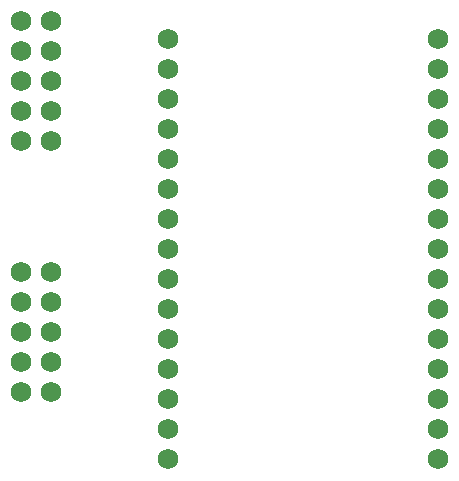
<source format=gbs>
G04 Layer: BottomSolderMaskLayer*
G04 EasyEDA v6.3.53, 2020-07-02T17:27:03+02:00*
G04 cd291f7992904801b7ca3d7210451973,0d0e7d196270479aaefd99a7cd6f8dc4,10*
G04 Gerber Generator version 0.2*
G04 Scale: 100 percent, Rotated: No, Reflected: No *
G04 Dimensions in millimeters *
G04 leading zeros omitted , absolute positions ,3 integer and 3 decimal *
%FSLAX33Y33*%
%MOMM*%
G90*
G71D02*

%ADD21C,1.727200*%

%LPD*%
G54D21*
G01X38481Y47752D03*
G01X38481Y45212D03*
G01X38481Y42672D03*
G01X38481Y40132D03*
G01X38481Y37592D03*
G01X38481Y35052D03*
G01X38481Y32512D03*
G01X38481Y29972D03*
G01X38481Y27432D03*
G01X38481Y24892D03*
G01X38481Y22352D03*
G01X38481Y19812D03*
G01X38481Y17272D03*
G01X38481Y14732D03*
G01X38481Y12192D03*
G01X15621Y12192D03*
G01X15621Y14732D03*
G01X15621Y17272D03*
G01X15621Y19812D03*
G01X15621Y22352D03*
G01X15621Y24892D03*
G01X15621Y27432D03*
G01X15621Y29972D03*
G01X15621Y32512D03*
G01X15621Y35052D03*
G01X15621Y37592D03*
G01X15621Y40132D03*
G01X15621Y42672D03*
G01X15621Y45212D03*
G01X15621Y47752D03*
G01X5715Y39116D03*
G01X3175Y39116D03*
G01X5715Y41656D03*
G01X3175Y41656D03*
G01X5715Y44196D03*
G01X3175Y44196D03*
G01X5715Y46736D03*
G01X3175Y46736D03*
G01X5715Y49276D03*
G01X3175Y49276D03*
G01X5715Y17907D03*
G01X3175Y17907D03*
G01X5715Y20447D03*
G01X3175Y20447D03*
G01X5715Y22987D03*
G01X3175Y22987D03*
G01X5715Y25527D03*
G01X3175Y25527D03*
G01X5715Y28067D03*
G01X3175Y28067D03*
M00*
M02*

</source>
